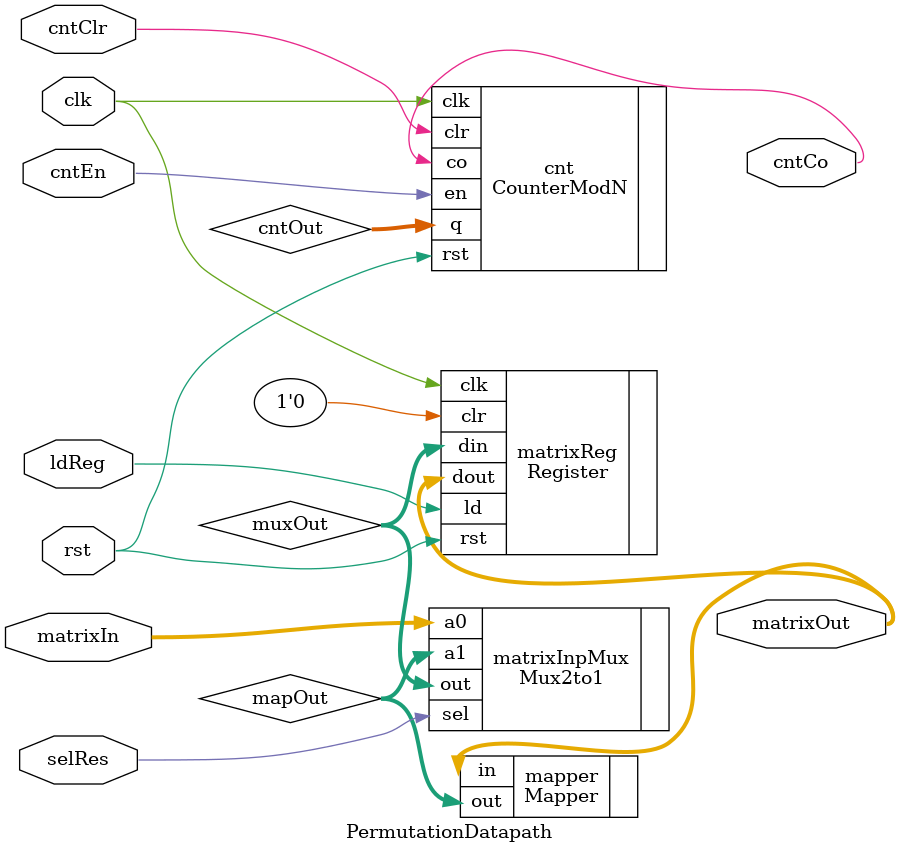
<source format=v>
`include "mux.v"
`include "register.v"
`include "mapper.v"
`include "counter_modn.v"

module PermutationDatapath (clk, rst, ldReg, cntEn, cntClr, selRes, matrixIn,
                            cntCo, matrixOut);
    parameter N = 5;
    parameter Count = 64;
    localparam CntBits = $clog2(Count);

    input clk, rst, ldReg, cntEn, cntClr, selRes;
    input [(N*N)-1:0] matrixIn;
    output cntCo;
    output [(N*N)-1:0] matrixOut;

    wire [(N*N)-1:0] mapOut, muxOut;
    wire [CntBits-1:0] cntOut;

    Mux2to1 #(N*N) matrixInpMux(
        .sel(selRes),
        .a0(matrixIn),
        .a1(mapOut),
        .out(muxOut)
    );

    Register #(N*N) matrixReg(
        .clk(clk),
        .rst(rst),
        .clr(1'b0),
        .ld(ldReg),
        .din(muxOut),
        .dout(matrixOut)
    );

    Mapper #(N) mapper(.in(matrixOut), .out(mapOut));

    CounterModN #(Count) cnt(
        .clk(clk),
        .rst(rst),
        .clr(cntClr),
        .en(cntEn),
        .q(cntOut),
        .co(cntCo)
    );
endmodule

</source>
